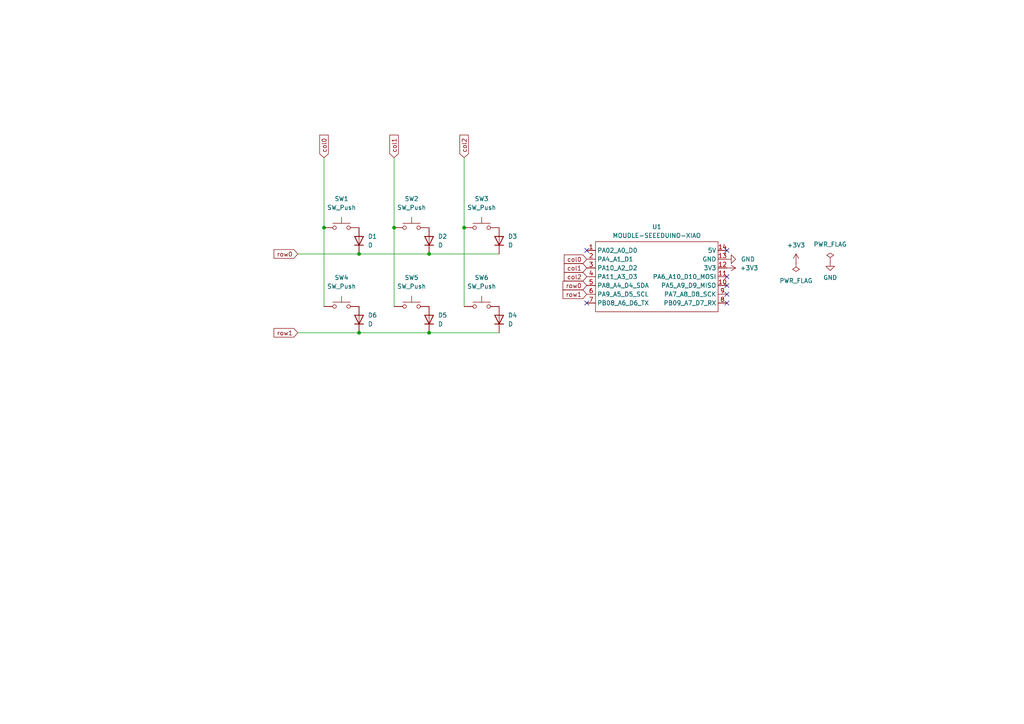
<source format=kicad_sch>
(kicad_sch (version 20230121) (generator eeschema)
  (paper "A4")
  (lib_symbols
    (symbol "Device:D" (pin_numbers hide) (pin_names (offset 1.016) hide)
      (property "Reference" "D" (at 0 2.54 0))
      (property "Value" "D" (at 0 -2.54 0))
      (symbol "D_0_1"
        (polyline (pts (xy -1.27 1.27) (xy -1.27 -1.27)) (stroke (width 0.254)))
        (polyline (pts (xy 1.27 0) (xy -1.27 0)))
        (polyline (pts (xy 1.27 1.27) (xy 1.27 -1.27) (xy -1.27 0) (xy 1.27 1.27)) (stroke (width 0.254)))
      )
      (symbol "D_1_1"
        (pin passive line (at -3.81 0 0) (length 2.54) (name "K") (number "1"))
        (pin passive line (at 3.81 0 180) (length 2.54) (name "A") (number "2"))
      )
    )
    (symbol "Seeeduino-xiao-rp2040:MOUDLE-SEEEDUINO-XIAO"
      (property "Reference" "U" (at -16.51 11.43 0))
      (property "Value" "MOUDLE-SEEEDUINO-XIAO" (at -3.81 -11.43 0))
      (symbol "MOUDLE-SEEEDUINO-XIAO_0_1"
        (rectangle (start -16.51 10.16) (end 19.05 -10.16))
      )
      (symbol "MOUDLE-SEEEDUINO-XIAO_1_1"
        (pin passive line (at -19.05 7.62 0) (length 2.54) (name "PA02_A0_D0") (number "1"))
        (pin passive line (at 21.59 -2.54 180) (length 2.54) (name "PA5_A9_D9_MISO") (number "10"))
        (pin passive line (at 21.59 0 180) (length 2.54) (name "PA6_A10_D10_MOSI") (number "11"))
        (pin passive line (at 21.59 2.54 180) (length 2.54) (name "3V3") (number "12"))
        (pin passive line (at 21.59 5.08 180) (length 2.54) (name "GND") (number "13"))
        (pin passive line (at 21.59 7.62 180) (length 2.54) (name "5V") (number "14"))
        (pin passive line (at -19.05 5.08 0) (length 2.54) (name "PA4_A1_D1") (number "2"))
        (pin passive line (at -19.05 2.54 0) (length 2.54) (name "PA10_A2_D2") (number "3"))
        (pin passive line (at -19.05 0 0) (length 2.54) (name "PA11_A3_D3") (number "4"))
        (pin passive line (at -19.05 -2.54 0) (length 2.54) (name "PA8_A4_D4_SDA") (number "5"))
        (pin passive line (at -19.05 -5.08 0) (length 2.54) (name "PA9_A5_D5_SCL") (number "6"))
        (pin passive line (at -19.05 -7.62 0) (length 2.54) (name "PB08_A6_D6_TX") (number "7"))
        (pin passive line (at 21.59 -7.62 180) (length 2.54) (name "PB09_A7_D7_RX") (number "8"))
        (pin passive line (at 21.59 -5.08 180) (length 2.54) (name "PA7_A8_D8_SCK") (number "9"))
      )
    )
    (symbol "Switch:SW_Push" (pin_numbers hide) (pin_names (offset 1.016) hide)
      (property "Reference" "SW" (at 1.27 2.54 0))
      (property "Value" "SW_Push" (at 0 -1.524 0))
      (symbol "SW_Push_0_1"
        (circle (center -2.032 0) (radius 0.508))
        (polyline (pts (xy 0 1.27) (xy 0 3.048)))
        (polyline (pts (xy 2.54 1.27) (xy -2.54 1.27)))
        (circle (center 2.032 0) (radius 0.508))
        (pin passive line (at -5.08 0 0) (length 2.54) (name "1") (number "1"))
        (pin passive line (at 5.08 0 180) (length 2.54) (name "2") (number "2"))
      )
    )
    (symbol "power:+3V3" (power) (pin_names (offset 0))
      (property "Value" "+3V3" (at 0 3.556 0))
      (symbol "+3V3_0_1"
        (polyline (pts (xy -0.762 1.27) (xy 0 2.54)))
        (polyline (pts (xy 0 0) (xy 0 2.54)))
        (polyline (pts (xy 0 2.54) (xy 0.762 1.27)))
      )
      (symbol "+3V3_1_1"
        (pin power_in line (at 0 0 90) (length 0) hide (name "+3V3") (number "1"))
      )
    )
    (symbol "power:GND" (power) (pin_names (offset 0))
      (property "Value" "GND" (at 0 -3.81 0))
      (symbol "GND_0_1"
        (polyline (pts (xy 0 0) (xy 0 -1.27) (xy 1.27 -1.27) (xy 0 -2.54) (xy -1.27 -1.27) (xy 0 -1.27)))
      )
      (symbol "GND_1_1"
        (pin power_in line (at 0 0 270) (length 0) hide (name "GND") (number "1"))
      )
    )
    (symbol "power:PWR_FLAG" (power) (pin_numbers hide) (pin_names (offset 0) hide)
      (property "Value" "PWR_FLAG" (at 0 3.81 0))
      (symbol "PWR_FLAG_0_0"
        (pin power_out line (at 0 0 90) (length 0) (name "pwr") (number "1"))
      )
      (symbol "PWR_FLAG_0_1"
        (polyline (pts (xy 0 0) (xy 0 1.27) (xy -1.016 1.905) (xy 0 2.54) (xy 1.016 1.905) (xy 0 1.27)))
      )
    )
  )
  (junction (at 124.46 96.52))
  (junction (at 124.46 73.66))
  (junction (at 104.14 96.52))
  (junction (at 104.14 73.66))
  (junction (at 134.62 66.04))
  (junction (at 114.3 66.04))
  (junction (at 93.98 66.04))
  (no_connect (at 210.82 87.884))
  (no_connect (at 210.82 85.344))
  (no_connect (at 210.82 72.644))
  (no_connect (at 210.82 82.804))
  (no_connect (at 170.18 87.884))
  (no_connect (at 210.82 80.264))
  (no_connect (at 170.18 72.644))
  (wire (pts (xy 104.14 96.52) (xy 124.46 96.52)))
  (wire (pts (xy 124.46 73.66) (xy 144.78 73.66)))
  (wire (pts (xy 124.46 96.52) (xy 144.78 96.52)))
  (wire (pts (xy 114.3 66.04) (xy 114.3 88.9)))
  (wire (pts (xy 93.98 45.72) (xy 93.98 66.04)))
  (wire (pts (xy 104.14 73.66) (xy 124.46 73.66)))
  (wire (pts (xy 93.98 66.04) (xy 93.98 88.9)))
  (wire (pts (xy 86.36 96.52) (xy 104.14 96.52)))
  (wire (pts (xy 86.36 73.66) (xy 104.14 73.66)))
  (wire (pts (xy 114.3 45.72) (xy 114.3 66.04)))
  (wire (pts (xy 134.62 45.72) (xy 134.62 66.04)))
  (wire (pts (xy 134.62 66.04) (xy 134.62 88.9)))
  (global_label "col1" (shape input) (at 114.3 45.72 90) (property "Intersheetrefs" "${INTERSHEET_REFS}" (effects hide)))
  (global_label "col2" (shape input) (at 134.62 45.72 90) (property "Intersheetrefs" "${INTERSHEET_REFS}" (effects hide)))
  (global_label "col1" (shape input) (at 170.18 77.724 180) (property "Intersheetrefs" "${INTERSHEET_REFS}" (effects hide)))
  (global_label "col0" (shape input) (at 93.98 45.72 90) (property "Intersheetrefs" "${INTERSHEET_REFS}" (effects hide)))
  (global_label "row0" (shape input) (at 170.18 82.804 180) (property "Intersheetrefs" "${INTERSHEET_REFS}" (effects hide)))
  (global_label "col0" (shape input) (at 170.18 75.184 180) (property "Intersheetrefs" "${INTERSHEET_REFS}" (effects hide)))
  (global_label "row0" (shape input) (at 86.36 73.66 180) (property "Intersheetrefs" "${INTERSHEET_REFS}" (effects hide)))
  (global_label "row1" (shape input) (at 170.18 85.344 180) (property "Intersheetrefs" "${INTERSHEET_REFS}" (effects hide)))
  (global_label "row1" (shape input) (at 86.36 96.52 180) (property "Intersheetrefs" "${INTERSHEET_REFS}" (effects hide)))
  (global_label "col2" (shape input) (at 170.18 80.264 180) (property "Intersheetrefs" "${INTERSHEET_REFS}" (effects hide)))
  (symbol (lib_id "Switch:SW_Push") (at 139.7 88.9 0) (unit 1)
    (property "Reference" "SW6" (at 139.7 80.518 0))
    (property "Value" "SW_Push" (at 139.7 83.058 0))
    (property "Footprint" "kbd_SW:CherryMX_Solder_1u" (effects hide))
  )
  (symbol (lib_id "Switch:SW_Push") (at 119.38 66.04 0) (unit 1)
    (property "Reference" "SW2" (at 119.38 57.658 0))
    (property "Value" "SW_Push" (at 119.38 60.198 0))
    (property "Footprint" "kbd_SW:CherryMX_Solder_1u" (effects hide))
  )
  (symbol (lib_id "Device:D") (at 124.46 92.71 90) (unit 1)
    (property "Reference" "D5" (at 127 91.44 90) (effects (justify right)))
    (property "Value" "D" (at 127 93.98 90) (effects (justify right)))
    (property "Footprint" "kbd_Parts:Diode_TH" (effects hide))
    (property "Sim.Device" "D" (effects hide))
    (property "Sim.Pins" "1=K 2=A" (effects hide))
  )
  (symbol (lib_id "Switch:SW_Push") (at 99.06 66.04 0) (unit 1)
    (property "Reference" "SW1" (at 99.06 57.658 0))
    (property "Value" "SW_Push" (at 99.06 60.198 0))
    (property "Footprint" "kbd_SW:CherryMX_Solder_1u" (effects hide))
  )
  (symbol (lib_id "Device:D") (at 124.46 69.85 90) (unit 1)
    (property "Reference" "D2" (at 127 68.58 90) (effects (justify right)))
    (property "Value" "D" (at 127 71.12 90) (effects (justify right)))
    (property "Footprint" "kbd_Parts:Diode_TH" (effects hide))
    (property "Sim.Device" "D" (effects hide))
    (property "Sim.Pins" "1=K 2=A" (effects hide))
  )
  (symbol (lib_id "Device:D") (at 144.78 92.71 90) (unit 1)
    (property "Reference" "D4" (at 147.32 91.44 90) (effects (justify right)))
    (property "Value" "D" (at 147.32 93.98 90) (effects (justify right)))
    (property "Footprint" "kbd_Parts:Diode_TH" (effects hide))
    (property "Sim.Device" "D" (effects hide))
    (property "Sim.Pins" "1=K 2=A" (effects hide))
  )
  (symbol (lib_id "power:GND") (at 240.792 75.946 0) (unit 1)
    (property "Reference" "#PWR02" (effects hide))
    (property "Value" "GND" (at 240.792 80.518 0))
  )
  (symbol (lib_id "Device:D") (at 104.14 92.71 90) (unit 1)
    (property "Reference" "D6" (at 106.68 91.44 90) (effects (justify right)))
    (property "Value" "D" (at 106.68 93.98 90) (effects (justify right)))
    (property "Footprint" "kbd_Parts:Diode_TH" (effects hide))
    (property "Sim.Device" "D" (effects hide))
    (property "Sim.Pins" "1=K 2=A" (effects hide))
  )
  (symbol (lib_id "power:PWR_FLAG") (at 230.886 76.2 180) (unit 1)
    (property "Reference" "#FLG02" (effects hide))
    (property "Value" "PWR_FLAG" (at 230.886 81.4432 0))
  )
  (symbol (lib_id "Device:D") (at 144.78 69.85 90) (unit 1)
    (property "Reference" "D3" (at 147.32 68.58 90) (effects (justify right)))
    (property "Value" "D" (at 147.32 71.12 90) (effects (justify right)))
    (property "Footprint" "kbd_Parts:Diode_TH" (effects hide))
    (property "Sim.Device" "D" (effects hide))
    (property "Sim.Pins" "1=K 2=A" (effects hide))
  )
  (symbol (lib_id "Switch:SW_Push") (at 139.7 66.04 0) (unit 1)
    (property "Reference" "SW3" (at 139.7 57.658 0))
    (property "Value" "SW_Push" (at 139.7 60.198 0))
    (property "Footprint" "kbd_SW:CherryMX_Solder_1u" (effects hide))
  )
  (symbol (lib_id "power:PWR_FLAG") (at 240.792 75.946 0) (unit 1)
    (property "Reference" "#FLG01" (effects hide))
    (property "Value" "PWR_FLAG" (at 240.792 70.866 0))
  )
  (symbol (lib_id "Switch:SW_Push") (at 119.38 88.9 0) (unit 1)
    (property "Reference" "SW5" (at 119.38 80.518 0))
    (property "Value" "SW_Push" (at 119.38 83.058 0))
    (property "Footprint" "kbd_SW:CherryMX_Solder_1u" (effects hide))
  )
  (symbol (lib_id "power:+3V3") (at 210.82 77.724 270) (unit 1)
    (property "Reference" "#PWR04" (effects hide))
    (property "Value" "+3V3" (at 214.63 77.724 90) (effects (justify left)))
  )
  (symbol (lib_id "Seeeduino-xiao-rp2040:MOUDLE-SEEEDUINO-XIAO") (at 189.23 80.264 0) (unit 1)
    (property "Reference" "U1" (at 190.5 65.786 0))
    (property "Value" "MOUDLE-SEEEDUINO-XIAO" (at 190.5 68.326 0))
    (property "Footprint" "Seeeduino-xiao-rp2040:MOUDLE14P-2.54-21X17.8MM" (effects hide))
  )
  (symbol (lib_id "power:GND") (at 210.82 75.184 90) (unit 1)
    (property "Reference" "#PWR01" (effects hide))
    (property "Value" "GND" (at 214.884 75.184 90) (effects (justify right)))
  )
  (symbol (lib_id "power:+3V3") (at 230.886 76.2 0) (unit 1)
    (property "Reference" "#PWR03" (effects hide))
    (property "Value" "+3V3" (at 230.886 71.12 0))
  )
  (symbol (lib_id "Switch:SW_Push") (at 99.06 88.9 0) (unit 1)
    (property "Reference" "SW4" (at 99.06 80.518 0))
    (property "Value" "SW_Push" (at 99.06 83.058 0))
    (property "Footprint" "kbd_SW:CherryMX_Solder_1u" (effects hide))
  )
  (symbol (lib_id "Device:D") (at 104.14 69.85 90) (unit 1)
    (property "Reference" "D1" (at 106.68 68.58 90) (effects (justify right)))
    (property "Value" "D" (at 106.68 71.12 90) (effects (justify right)))
    (property "Footprint" "kbd_Parts:Diode_TH" (effects hide))
    (property "Sim.Device" "D" (effects hide))
    (property "Sim.Pins" "1=K 2=A" (effects hide))
  )
)
</source>
